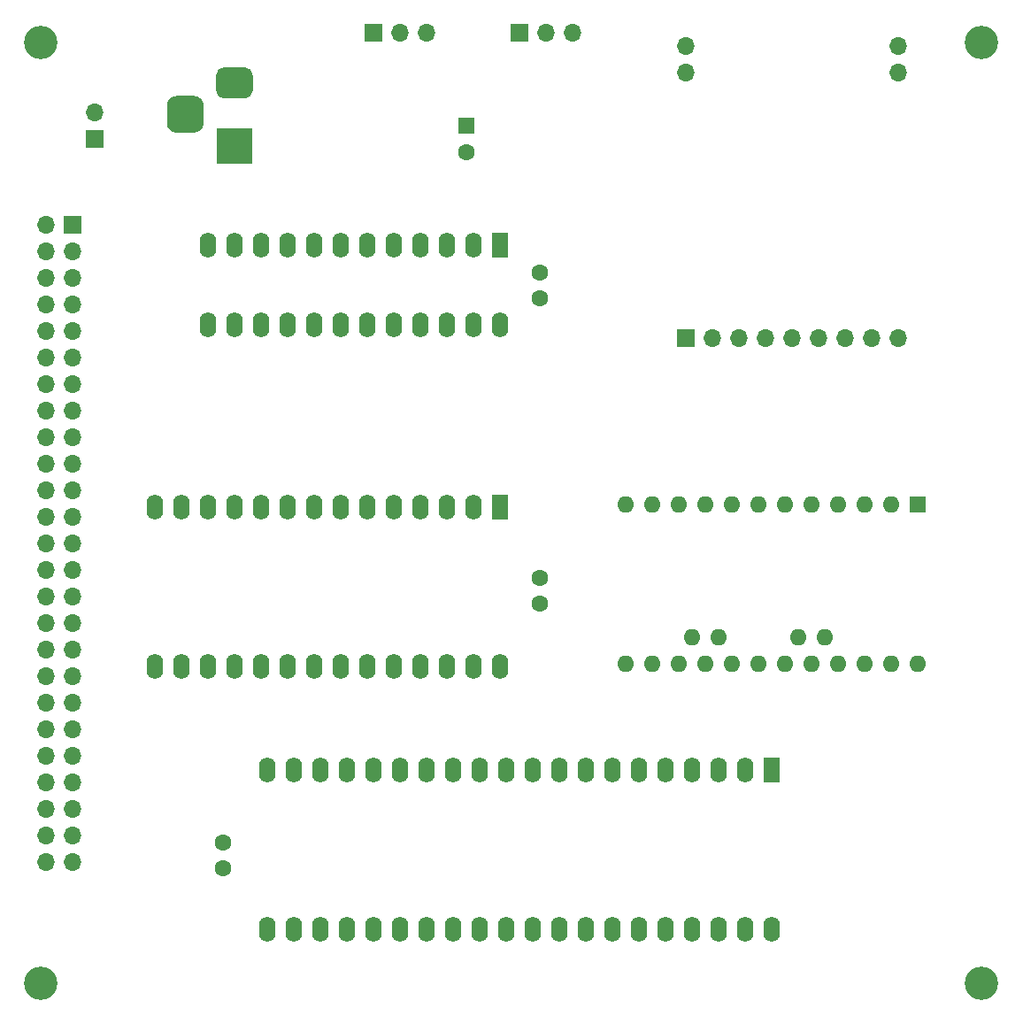
<source format=gbs>
G04 #@! TF.GenerationSoftware,KiCad,Pcbnew,(5.1.9)-1*
G04 #@! TF.CreationDate,2021-12-11T14:57:03+09:00*
G04 #@! TF.ProjectId,MZ80k_SD,4d5a3830-6b5f-4534-942e-6b696361645f,rev?*
G04 #@! TF.SameCoordinates,PX53920b0PY93c3260*
G04 #@! TF.FileFunction,Soldermask,Bot*
G04 #@! TF.FilePolarity,Negative*
%FSLAX46Y46*%
G04 Gerber Fmt 4.6, Leading zero omitted, Abs format (unit mm)*
G04 Created by KiCad (PCBNEW (5.1.9)-1) date 2021-12-11 14:57:03*
%MOMM*%
%LPD*%
G01*
G04 APERTURE LIST*
%ADD10R,1.700000X1.700000*%
%ADD11O,1.700000X1.700000*%
%ADD12R,1.600000X1.600000*%
%ADD13O,1.600000X1.600000*%
%ADD14C,1.600000*%
%ADD15R,1.600000X2.400000*%
%ADD16O,1.600000X2.400000*%
%ADD17R,3.500000X3.500000*%
%ADD18C,3.200000*%
G04 APERTURE END LIST*
D10*
X10160000Y85725000D03*
D11*
X10160000Y88265000D03*
D10*
X66675000Y66675000D03*
D11*
X69215000Y66675000D03*
X71755000Y66675000D03*
X74295000Y66675000D03*
X76835000Y66675000D03*
X79375000Y66675000D03*
X81915000Y66675000D03*
X84455000Y66675000D03*
X86995000Y66675000D03*
X86995000Y94615000D03*
X86995000Y92075000D03*
X66675000Y94615000D03*
X66675000Y92075000D03*
D12*
X88900000Y50800000D03*
D13*
X86360000Y50800000D03*
X83820000Y50800000D03*
X60960000Y35560000D03*
X81280000Y50800000D03*
X63500000Y35560000D03*
X78740000Y50800000D03*
X66040000Y35560000D03*
X76200000Y50800000D03*
X68580000Y35560000D03*
X73660000Y50800000D03*
X71120000Y35560000D03*
X71120000Y50800000D03*
X73660000Y35560000D03*
X68580000Y50800000D03*
X76200000Y35560000D03*
X66040000Y50800000D03*
X78740000Y35560000D03*
X63500000Y50800000D03*
X81280000Y35560000D03*
X60960000Y50800000D03*
X83820000Y35560000D03*
X86360000Y35560000D03*
X88900000Y35560000D03*
X80010000Y38100000D03*
X77470000Y38100000D03*
X69850000Y38100000D03*
X67310000Y38100000D03*
D14*
X22395000Y15945000D03*
X22395000Y18445000D03*
D15*
X48895000Y50500000D03*
D16*
X15875000Y35260000D03*
X46355000Y50500000D03*
X18415000Y35260000D03*
X43815000Y50500000D03*
X20955000Y35260000D03*
X41275000Y50500000D03*
X23495000Y35260000D03*
X38735000Y50500000D03*
X26035000Y35260000D03*
X36195000Y50500000D03*
X28575000Y35260000D03*
X33655000Y50500000D03*
X31115000Y35260000D03*
X31115000Y50500000D03*
X33655000Y35260000D03*
X28575000Y50500000D03*
X36195000Y35260000D03*
X26035000Y50500000D03*
X38735000Y35260000D03*
X23495000Y50500000D03*
X41275000Y35260000D03*
X20955000Y50500000D03*
X43815000Y35260000D03*
X18415000Y50500000D03*
X46355000Y35260000D03*
X15875000Y50500000D03*
X48895000Y35260000D03*
D17*
X23495000Y85090000D03*
G36*
G01*
X22495000Y92590000D02*
X24495000Y92590000D01*
G75*
G02*
X25245000Y91840000I0J-750000D01*
G01*
X25245000Y90340000D01*
G75*
G02*
X24495000Y89590000I-750000J0D01*
G01*
X22495000Y89590000D01*
G75*
G02*
X21745000Y90340000I0J750000D01*
G01*
X21745000Y91840000D01*
G75*
G02*
X22495000Y92590000I750000J0D01*
G01*
G37*
G36*
G01*
X17920000Y89840000D02*
X19670000Y89840000D01*
G75*
G02*
X20545000Y88965000I0J-875000D01*
G01*
X20545000Y87215000D01*
G75*
G02*
X19670000Y86340000I-875000J0D01*
G01*
X17920000Y86340000D01*
G75*
G02*
X17045000Y87215000I0J875000D01*
G01*
X17045000Y88965000D01*
G75*
G02*
X17920000Y89840000I875000J0D01*
G01*
G37*
D14*
X52705000Y70485000D03*
X52705000Y72985000D03*
D10*
X8000000Y77500000D03*
D11*
X5460000Y77500000D03*
X8000000Y74960000D03*
X5460000Y74960000D03*
X8000000Y72420000D03*
X5460000Y72420000D03*
X8000000Y69880000D03*
X5460000Y69880000D03*
X8000000Y67340000D03*
X5460000Y67340000D03*
X8000000Y64800000D03*
X5460000Y64800000D03*
X8000000Y62260000D03*
X5460000Y62260000D03*
X8000000Y59720000D03*
X5460000Y59720000D03*
X8000000Y57180000D03*
X5460000Y57180000D03*
X8000000Y54640000D03*
X5460000Y54640000D03*
X8000000Y52100000D03*
X5460000Y52100000D03*
X8000000Y49560000D03*
X5460000Y49560000D03*
X8000000Y47020000D03*
X5460000Y47020000D03*
X8000000Y44480000D03*
X5460000Y44480000D03*
X8000000Y41940000D03*
X5460000Y41940000D03*
X8000000Y39400000D03*
X5460000Y39400000D03*
X8000000Y36860000D03*
X5460000Y36860000D03*
X8000000Y34320000D03*
X5460000Y34320000D03*
X8000000Y31780000D03*
X5460000Y31780000D03*
X8000000Y29240000D03*
X5460000Y29240000D03*
X8000000Y26700000D03*
X5460000Y26700000D03*
X8000000Y24160000D03*
X5460000Y24160000D03*
X8000000Y21620000D03*
X5460000Y21620000D03*
X8000000Y19080000D03*
X5460000Y19080000D03*
X8000000Y16540000D03*
X5460000Y16540000D03*
X55880000Y95885000D03*
X53340000Y95885000D03*
D10*
X50800000Y95885000D03*
D15*
X48895000Y75565000D03*
D16*
X20955000Y67945000D03*
X46355000Y75565000D03*
X23495000Y67945000D03*
X43815000Y75565000D03*
X26035000Y67945000D03*
X41275000Y75565000D03*
X28575000Y67945000D03*
X38735000Y75565000D03*
X31115000Y67945000D03*
X36195000Y75565000D03*
X33655000Y67945000D03*
X33655000Y75565000D03*
X36195000Y67945000D03*
X31115000Y75565000D03*
X38735000Y67945000D03*
X28575000Y75565000D03*
X41275000Y67945000D03*
X26035000Y75565000D03*
X43815000Y67945000D03*
X23495000Y75565000D03*
X46355000Y67945000D03*
X20955000Y75565000D03*
X48895000Y67945000D03*
D15*
X74930000Y25400000D03*
D16*
X26670000Y10160000D03*
X72390000Y25400000D03*
X29210000Y10160000D03*
X69850000Y25400000D03*
X31750000Y10160000D03*
X67310000Y25400000D03*
X34290000Y10160000D03*
X64770000Y25400000D03*
X36830000Y10160000D03*
X62230000Y25400000D03*
X39370000Y10160000D03*
X59690000Y25400000D03*
X41910000Y10160000D03*
X57150000Y25400000D03*
X44450000Y10160000D03*
X54610000Y25400000D03*
X46990000Y10160000D03*
X52070000Y25400000D03*
X49530000Y10160000D03*
X49530000Y25400000D03*
X52070000Y10160000D03*
X46990000Y25400000D03*
X54610000Y10160000D03*
X44450000Y25400000D03*
X57150000Y10160000D03*
X41910000Y25400000D03*
X59690000Y10160000D03*
X39370000Y25400000D03*
X62230000Y10160000D03*
X36830000Y25400000D03*
X64770000Y10160000D03*
X34290000Y25400000D03*
X67310000Y10160000D03*
X31750000Y25400000D03*
X69850000Y10160000D03*
X29210000Y25400000D03*
X72390000Y10160000D03*
X26670000Y25400000D03*
X74930000Y10160000D03*
D10*
X36830000Y95885000D03*
D11*
X39370000Y95885000D03*
X41910000Y95885000D03*
D14*
X52705000Y41275000D03*
X52705000Y43775000D03*
D18*
X5000000Y95000000D03*
X95000000Y95000000D03*
X95000000Y5000000D03*
X5000000Y5000000D03*
D12*
X45720000Y86995000D03*
D14*
X45720000Y84495000D03*
M02*

</source>
